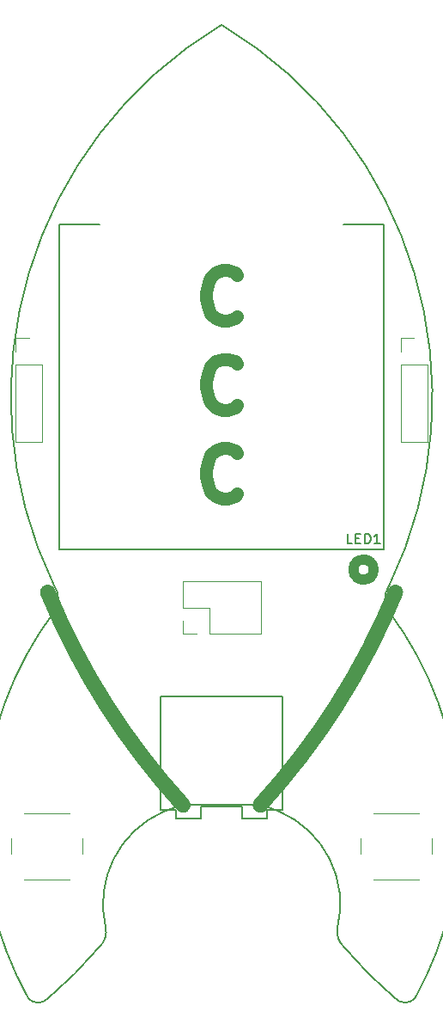
<source format=gto>
%TF.GenerationSoftware,KiCad,Pcbnew,5.1.0*%
%TF.CreationDate,2019-05-24T21:58:45+02:00*%
%TF.ProjectId,c4-blinkenrocket,63342d62-6c69-46e6-9b65-6e726f636b65,rev?*%
%TF.SameCoordinates,PX5f5e100PY8f0d180*%
%TF.FileFunction,Legend,Top*%
%TF.FilePolarity,Positive*%
%FSLAX46Y46*%
G04 Gerber Fmt 4.6, Leading zero omitted, Abs format (unit mm)*
G04 Created by KiCad (PCBNEW 5.1.0) date 2019-05-24 21:58:45*
%MOMM*%
%LPD*%
G04 APERTURE LIST*
%ADD10C,1.250000*%
%ADD11C,1.500000*%
%ADD12C,0.150000*%
%ADD13C,1.000000*%
%ADD14C,0.120000*%
G04 APERTURE END LIST*
D10*
X26547619Y67964286D02*
X26309523Y67726191D01*
X25595238Y67488096D01*
X25119047Y67488096D01*
X24404761Y67726191D01*
X23928571Y68202381D01*
X23690476Y68678572D01*
X23452380Y69630953D01*
X23452380Y70345239D01*
X23690476Y71297620D01*
X23928571Y71773810D01*
X24404761Y72250000D01*
X25119047Y72488096D01*
X25595238Y72488096D01*
X26309523Y72250000D01*
X26547619Y72011905D01*
X26547619Y59214286D02*
X26309523Y58976191D01*
X25595238Y58738096D01*
X25119047Y58738096D01*
X24404761Y58976191D01*
X23928571Y59452381D01*
X23690476Y59928572D01*
X23452380Y60880953D01*
X23452380Y61595239D01*
X23690476Y62547620D01*
X23928571Y63023810D01*
X24404761Y63500000D01*
X25119047Y63738096D01*
X25595238Y63738096D01*
X26309523Y63500000D01*
X26547619Y63261905D01*
X26547619Y50464286D02*
X26309523Y50226191D01*
X25595238Y49988096D01*
X25119047Y49988096D01*
X24404761Y50226191D01*
X23928571Y50702381D01*
X23690476Y51178572D01*
X23452380Y52130953D01*
X23452380Y52845239D01*
X23690476Y53797620D01*
X23928571Y54273810D01*
X24404761Y54750000D01*
X25119047Y54988096D01*
X25595238Y54988096D01*
X26309523Y54750000D01*
X26547619Y54511905D01*
D11*
X42148600Y40765285D02*
G75*
G02X28813600Y19810285I-66088355J27335771D01*
G01*
X7858600Y40765285D02*
G75*
G03X21193600Y19810285I66088355J27335771D01*
G01*
D12*
X8493601Y41400284D02*
G75*
G02X8493600Y38860285I-1813748J-1269999D01*
G01*
X8493601Y38860285D02*
G75*
G03X5953600Y760285I28064427J-21005629D01*
G01*
X13573600Y7745285D02*
G75*
G02X19288600Y19175285I9668372J2309564D01*
G01*
X21828600Y19810285D02*
X28178600Y19810285D01*
X28178600Y19810285D02*
G75*
G02X30718600Y19175285I-162149J-6046100D01*
G01*
X25003600Y96645284D02*
G75*
G02X41513600Y41400285I-21889669J-36631251D01*
G01*
X41513600Y41400285D02*
G75*
G03X41513600Y38860285I1813748J-1270000D01*
G01*
X41513600Y38860284D02*
G75*
G02X44053600Y760285I-28064427J-21005628D01*
G01*
X44053599Y760285D02*
G75*
G02X42148600Y760285I-952499J922906D01*
G01*
X42148600Y760285D02*
G75*
G02X37068600Y5840285I27666882J32746882D01*
G01*
X37068600Y5840284D02*
G75*
G02X36433600Y7745285I1332279J1502427D01*
G01*
X36433601Y7745286D02*
G75*
G03X30718600Y19175285I-9668372J2309563D01*
G01*
X21828600Y19810285D02*
G75*
G03X19288600Y19175285I162150J-6046100D01*
G01*
X25003601Y96645286D02*
G75*
G03X8493600Y41400285I21889669J-36631253D01*
G01*
X5953601Y760285D02*
G75*
G03X7858600Y760285I952499J922906D01*
G01*
X12938600Y5840285D02*
G75*
G03X13573600Y7745285I-1332278J1502426D01*
G01*
X7858600Y760285D02*
G75*
G03X12938600Y5840285I-27666882J32746882D01*
G01*
X9000000Y77000000D02*
X13000000Y77000000D01*
X9000000Y45000000D02*
X9000000Y77000000D01*
X41000000Y45000000D02*
X9000000Y45000000D01*
X41000000Y77000000D02*
X41000000Y45000000D01*
X37000000Y77000000D02*
X41000000Y77000000D01*
D13*
X40000000Y43000000D02*
G75*
G03X40000000Y43000000I-1000000J0D01*
G01*
D14*
X45750000Y15000000D02*
X45750000Y16500000D01*
X44500000Y19000000D02*
X40000000Y19000000D01*
X38750000Y16500000D02*
X38750000Y15000000D01*
X40000000Y12500000D02*
X44500000Y12500000D01*
X11250000Y15000000D02*
X11250000Y16500000D01*
X10000000Y19000000D02*
X5500000Y19000000D01*
X4250000Y16500000D02*
X4250000Y15000000D01*
X5500000Y12500000D02*
X10000000Y12500000D01*
D12*
X29500000Y19300000D02*
X29500000Y18500000D01*
X31000000Y19300000D02*
X29500000Y19300000D01*
X31000000Y30500000D02*
X31000000Y19300000D01*
X19000000Y30500000D02*
X31000000Y30500000D01*
X19000000Y19300000D02*
X19000000Y30500000D01*
X20500000Y19300000D02*
X19000000Y19300000D01*
X20500000Y18500000D02*
X20500000Y19300000D01*
X23000000Y18500000D02*
X20500000Y18500000D01*
X23000000Y19700000D02*
X23000000Y18500000D01*
X27000000Y19700000D02*
X23000000Y19700000D01*
X27000000Y18500000D02*
X27000000Y19700000D01*
X29500000Y18500000D02*
X27000000Y18500000D01*
D14*
X4670000Y65830000D02*
X6000000Y65830000D01*
X4670000Y64500000D02*
X4670000Y65830000D01*
X4670000Y63230000D02*
X7330000Y63230000D01*
X7330000Y63230000D02*
X7330000Y55550000D01*
X4670000Y63230000D02*
X4670000Y55550000D01*
X4670000Y55550000D02*
X7330000Y55550000D01*
X42670000Y65830000D02*
X44000000Y65830000D01*
X42670000Y64500000D02*
X42670000Y65830000D01*
X42670000Y63230000D02*
X45330000Y63230000D01*
X45330000Y63230000D02*
X45330000Y55550000D01*
X42670000Y63230000D02*
X42670000Y55550000D01*
X42670000Y55550000D02*
X45330000Y55550000D01*
X21170000Y36670000D02*
X21170000Y38000000D01*
X22500000Y36670000D02*
X21170000Y36670000D01*
X21170000Y39270000D02*
X21170000Y41870000D01*
X23770000Y39270000D02*
X21170000Y39270000D01*
X23770000Y36670000D02*
X23770000Y39270000D01*
X21170000Y41870000D02*
X28910000Y41870000D01*
X23770000Y36670000D02*
X28910000Y36670000D01*
X28910000Y36670000D02*
X28910000Y41870000D01*
D12*
X37880952Y45547620D02*
X37404761Y45547620D01*
X37404761Y46547620D01*
X38214285Y46071429D02*
X38547619Y46071429D01*
X38690476Y45547620D02*
X38214285Y45547620D01*
X38214285Y46547620D01*
X38690476Y46547620D01*
X39119047Y45547620D02*
X39119047Y46547620D01*
X39357142Y46547620D01*
X39500000Y46500000D01*
X39595238Y46404762D01*
X39642857Y46309524D01*
X39690476Y46119048D01*
X39690476Y45976191D01*
X39642857Y45785715D01*
X39595238Y45690477D01*
X39500000Y45595239D01*
X39357142Y45547620D01*
X39119047Y45547620D01*
X40642857Y45547620D02*
X40071428Y45547620D01*
X40357142Y45547620D02*
X40357142Y46547620D01*
X40261904Y46404762D01*
X40166666Y46309524D01*
X40071428Y46261905D01*
M02*

</source>
